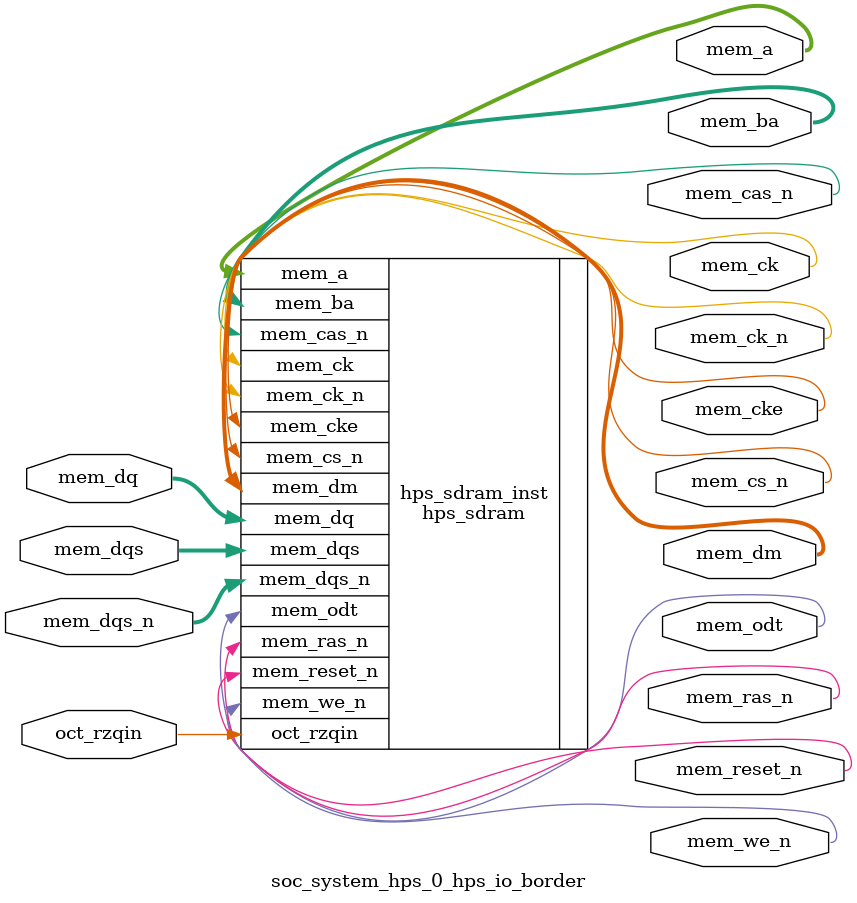
<source format=sv>


module soc_system_hps_0_hps_io_border(
// memory
  output wire [15 - 1 : 0 ] mem_a
 ,output wire [3 - 1 : 0 ] mem_ba
 ,output wire [1 - 1 : 0 ] mem_ck
 ,output wire [1 - 1 : 0 ] mem_ck_n
 ,output wire [1 - 1 : 0 ] mem_cke
 ,output wire [1 - 1 : 0 ] mem_cs_n
 ,output wire [1 - 1 : 0 ] mem_ras_n
 ,output wire [1 - 1 : 0 ] mem_cas_n
 ,output wire [1 - 1 : 0 ] mem_we_n
 ,output wire [1 - 1 : 0 ] mem_reset_n
 ,inout wire [32 - 1 : 0 ] mem_dq
 ,inout wire [4 - 1 : 0 ] mem_dqs
 ,inout wire [4 - 1 : 0 ] mem_dqs_n
 ,output wire [1 - 1 : 0 ] mem_odt
 ,output wire [4 - 1 : 0 ] mem_dm
 ,input wire [1 - 1 : 0 ] oct_rzqin
);


hps_sdram hps_sdram_inst(
 .mem_dq({
    mem_dq[31:0] // 31:0
  })
,.mem_odt({
    mem_odt[0:0] // 0:0
  })
,.mem_ras_n({
    mem_ras_n[0:0] // 0:0
  })
,.mem_dqs_n({
    mem_dqs_n[3:0] // 3:0
  })
,.mem_dqs({
    mem_dqs[3:0] // 3:0
  })
,.mem_dm({
    mem_dm[3:0] // 3:0
  })
,.mem_we_n({
    mem_we_n[0:0] // 0:0
  })
,.mem_cas_n({
    mem_cas_n[0:0] // 0:0
  })
,.mem_ba({
    mem_ba[2:0] // 2:0
  })
,.mem_a({
    mem_a[14:0] // 14:0
  })
,.mem_cs_n({
    mem_cs_n[0:0] // 0:0
  })
,.mem_ck({
    mem_ck[0:0] // 0:0
  })
,.mem_cke({
    mem_cke[0:0] // 0:0
  })
,.oct_rzqin({
    oct_rzqin[0:0] // 0:0
  })
,.mem_reset_n({
    mem_reset_n[0:0] // 0:0
  })
,.mem_ck_n({
    mem_ck_n[0:0] // 0:0
  })
);

endmodule


</source>
